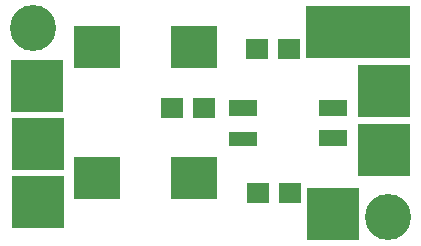
<source format=gbr>
G04 #@! TF.FileFunction,Soldermask,Top*
%FSLAX46Y46*%
G04 Gerber Fmt 4.6, Leading zero omitted, Abs format (unit mm)*
G04 Created by KiCad (PCBNEW 4.0.2-stable) date 6/20/2016 9:51:29 AM*
%MOMM*%
G01*
G04 APERTURE LIST*
%ADD10C,0.100000*%
%ADD11R,4.000000X3.600000*%
%ADD12R,4.400000X4.400000*%
%ADD13R,1.900000X1.700000*%
%ADD14R,2.398980X1.299160*%
%ADD15R,2.398980X1.400760*%
%ADD16C,3.900000*%
G04 APERTURE END LIST*
D10*
D11*
X82869600Y-116636800D03*
X91069600Y-116636800D03*
X82844200Y-127762000D03*
X91044200Y-127762000D03*
D12*
X77800200Y-119976900D03*
X77825600Y-124825760D03*
D13*
X96490800Y-129016760D03*
X99190800Y-129016760D03*
X91875600Y-121777760D03*
X89175600Y-121777760D03*
X96440000Y-116840000D03*
X99140000Y-116840000D03*
D14*
X95260160Y-124426980D03*
D15*
X95260160Y-121777760D03*
X102859840Y-121777760D03*
X102859840Y-124378720D03*
D16*
X77444600Y-115062000D03*
X107467400Y-131038600D03*
D12*
X77871320Y-129753360D03*
X102727760Y-115397280D03*
X102824280Y-130774440D03*
X107188000Y-115392200D03*
X107188000Y-120392200D03*
X107188000Y-125392200D03*
M02*

</source>
